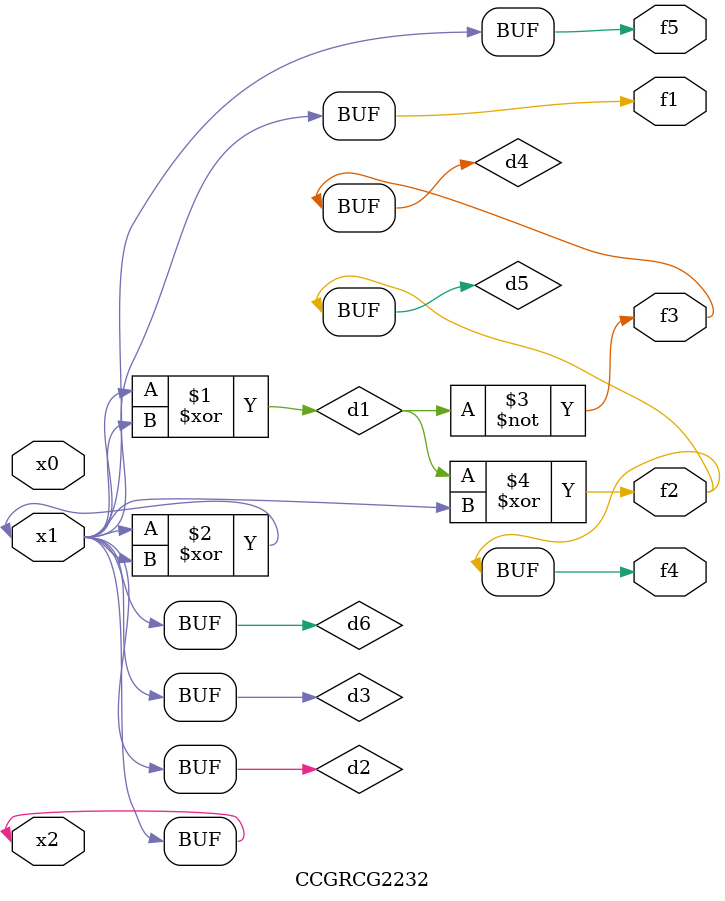
<source format=v>
module CCGRCG2232(
	input x0, x1, x2,
	output f1, f2, f3, f4, f5
);

	wire d1, d2, d3, d4, d5, d6;

	xor (d1, x1, x2);
	buf (d2, x1, x2);
	xor (d3, x1, x2);
	nor (d4, d1);
	xor (d5, d1, d2);
	buf (d6, d2, d3);
	assign f1 = d6;
	assign f2 = d5;
	assign f3 = d4;
	assign f4 = d5;
	assign f5 = d6;
endmodule

</source>
